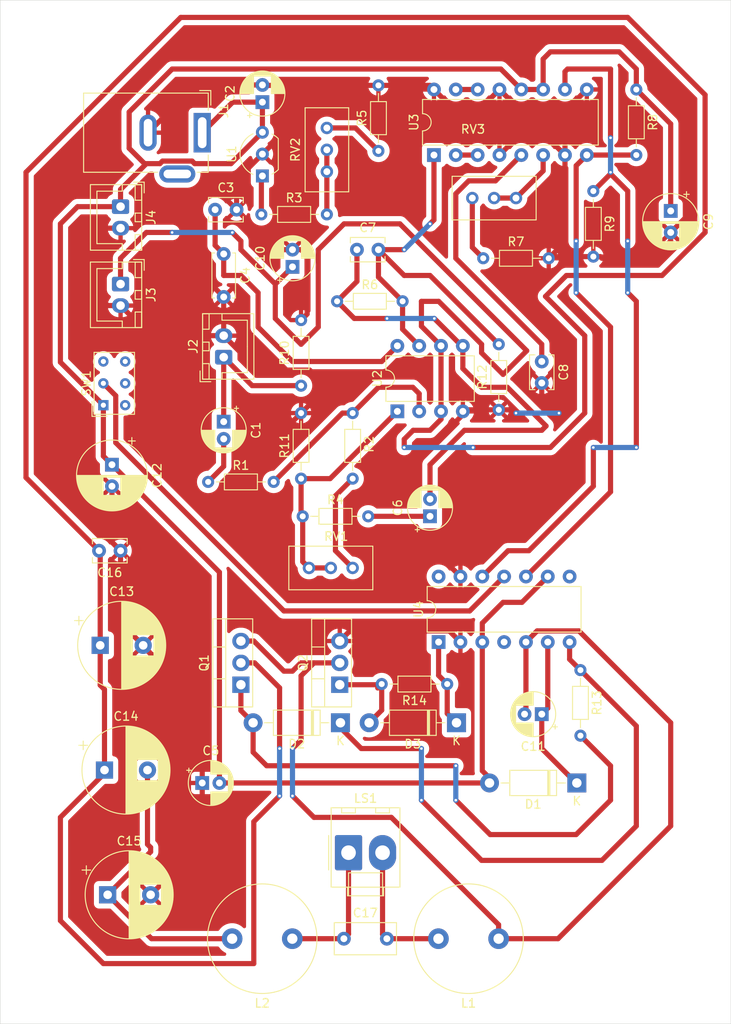
<source format=kicad_pcb>
(kicad_pcb (version 20240108) (generator "pcbnew") (generator_version "8.0")
  (layers (0 "F.Cu" signal) (31 "B.Cu" signal) (34 "B.Paste" user) (35 "F.Paste" user) (36 "B.SilkS" user "B.Silkscreen") (37 "F.SilkS" user "F.Silkscreen") (38 "B.Mask" user) (39 "F.Mask" user) (44 "Edge.Cuts" user))
  (net 0 "")
  (net 1 "Net-(J2-Pin_1)")
  (net 2 "Net-(C1-Pad2)")
  (net 3 "GND")
  (net 4 "+12V")
  (net 5 "+9V")
  (net 6 "Net-(C6-Pad1)")
  (net 7 "Net-(U2B-+)")
  (net 8 "AUDIO")
  (net 9 "SAWTOOTH")
  (net 10 "VDC")
  (net 11 "Net-(Q1-S)")
  (net 12 "Net-(D1-K)")
  (net 13 "Net-(C14-Pad2)")
  (net 14 "Net-(C17-Pad2)")
  (net 15 "Net-(C17-Pad1)")
  (net 16 "Net-(D2-K)")
  (net 17 "Net-(D2-A)")
  (net 18 "Net-(D3-K)")
  (net 19 "Net-(D3-A)")
  (net 20 "Net-(U2A--)")
  (net 21 "Net-(R2-Pad2)")
  (net 22 "Net-(U1-VO)")
  (net 23 "Net-(R3-Pad2)")
  (net 24 "Net-(R11-Pad1)")
  (net 25 "Net-(R5-Pad1)")
  (net 26 "Net-(R7-Pad1)")
  (net 27 "PWM")
  (net 28 "!PWM")
  (net 29 "Net-(U3-RT)")
  (net 31 "Net-(SW1-B)")
  (net 32 "Net-(U3-2IN-)")
  (net 33 "FB")
  (footprint "Inductor_THT:L_Radial_D12.5mm_P7.00mm_Fastron_09HCP" (layer "F.Cu") (at 59.98 197.105 180)
    (property "Reference" "L2")
    (property "Value" "47uH")
  )
  (footprint "Resistor_THT:R_Axial_DIN0204_L3.6mm_D1.6mm_P7.62mm_Horizontal" (layer "F.Cu") (at 56.38 112.9)
    (property "Reference" "R3")
    (property "Value" "68kΩ")
  )
  (footprint "Connector_BarrelJack:BarrelJack_GCT_DCJ200-10-A_Horizontal" (layer "F.Cu") (at 49.5 103.4 -90)
    (property "Reference" "J1")
    (property "Value" "Conn_01x02")
  )
  (footprint "Capacitor_THT:CP_Radial_D6.3mm_P2.50mm" (layer "F.Cu") (at 104 112.5 -90)
    (property "Reference" "C9")
    (property "Value" "100uF")
  )
  (footprint "Resistor_THT:R_Axial_DIN0204_L3.6mm_D1.6mm_P7.62mm_Horizontal" (layer "F.Cu") (at 100 98.38 -90)
    (property "Reference" "R8")
    (property "Value" "18kΩ")
  )
  (footprint "Potentiometer_THT:Potentiometer_Bourns_3296W_Vertical" (layer "F.Cu") (at 67 154)
    (property "Reference" "RV1")
    (property "Value" "100kΩ")
  )
  (footprint "Diode_THT:D_DO-41_SOD81_P10.16mm_Horizontal" (layer "F.Cu") (at 79.08 172 180)
    (property "Reference" "D3")
    (property "Value" "1N5819")
  )
  (footprint "Connector_JST:JST_XH_B2B-XH-A_1x02_P2.50mm_Vertical" (layer "F.Cu") (at 52 129.5 90)
    (property "Reference" "J2")
    (property "Value" "Conn_01x02")
  )
  (footprint "Capacitor_THT:C_Disc_D3.8mm_W2.6mm_P2.50mm" (layer "F.Cu") (at 89 130 -90)
    (property "Reference" "C8")
    (property "Value" "1nF")
  )
  (footprint "Capacitor_THT:C_Rect_L7.0mm_W3.5mm_P5.00mm" (layer "F.Cu") (at 65.98 197.105)
    (property "Reference" "C17")
    (property "Value" "0.68uF")
  )
  (footprint "Resistor_THT:R_Axial_DIN0204_L3.6mm_D1.6mm_P7.62mm_Horizontal" (layer "F.Cu") (at 67 136 -90)
    (property "Reference" "R2")
    (property "Value" "10kΩ")
  )
  (footprint "Capacitor_THT:C_Disc_D5.0mm_W2.5mm_P5.00mm" (layer "F.Cu") (at 52 117.5 -90)
    (property "Reference" "C4")
    (property "Value" "100nF")
  )
  (footprint "Package_TO_SOT_THT:TO-220-3_Vertical" (layer "F.Cu") (at 54 167.58 90)
    (property "Reference" "Q1")
    (property "Value" "IRFZ44N")
  )
  (footprint "Connector_JST:JST_XH_B2B-XH-A_1x02_P2.50mm_Vertical" (layer "F.Cu") (at 40 121 -90)
    (property "Reference" "J3")
    (property "Value" "Conn_01x02")
  )
  (footprint "Resistor_THT:R_Axial_DIN0204_L3.6mm_D1.6mm_P7.62mm_Horizontal" (layer "F.Cu") (at 50.19 144)
    (property "Reference" "R1")
    (property "Value" "10kΩ")
  )
  (footprint "Capacitor_THT:CP_Radial_D5.0mm_P2.00mm" (layer "F.Cu") (at 49.5 179)
    (property "Reference" "C5")
    (property "Value" "10uF")
  )
  (footprint "Capacitor_THT:CP_Radial_D8.0mm_P2.50mm" (layer "F.Cu") (at 39 142 -90)
    (property "Reference" "C12")
    (property "Value" "100uF")
  )
  (footprint "Inductor_THT:L_Radial_D12.5mm_P7.00mm_Fastron_09HCP" (layer "F.Cu") (at 83.98 197.105 180)
    (property "Reference" "L1")
    (property "Value" "47uH")
  )
  (footprint "Resistor_THT:R_Axial_DIN0204_L3.6mm_D1.6mm_P7.62mm_Horizontal" (layer "F.Cu") (at 78 167.5 180)
    (property "Reference" "R14")
    (property "Value" "10Ω")
  )
  (footprint "Capacitor_THT:CP_Radial_D5.0mm_P2.00mm" (layer "F.Cu") (at 56.5 99.85 90)
    (property "Reference" "C2")
    (property "Value" "1uF")
  )
  (footprint "Potentiometer_THT:Potentiometer_Bourns_3296W_Vertical" (layer "F.Cu") (at 64 102.85 90)
    (property "Reference" "RV2")
    (property "Value" "10kΩ")
  )
  (footprint "Resistor_THT:R_Axial_DIN0204_L3.6mm_D1.6mm_P7.62mm_Horizontal" (layer "F.Cu") (at 65.19 123)
    (property "Reference" "R6")
    (property "Value" "8.2kΩ")
  )
  (footprint "Resistor_THT:R_Axial_DIN0204_L3.6mm_D1.6mm_P7.62mm_Horizontal" (layer "F.Cu") (at 95 110.19 -90)
    (property "Reference" "R9")
    (property "Value" "18kΩ")
  )
  (footprint "Resistor_THT:R_Axial_DIN0204_L3.6mm_D1.6mm_P7.62mm_Horizontal" (layer "F.Cu") (at 82.19 118)
    (property "Reference" "R7")
    (property "Value" "3.3kΩ")
  )
  (footprint "Capacitor_THT:C_Disc_D3.8mm_W2.6mm_P2.50mm" (layer "F.Cu") (at 40 152 180)
    (property "Reference" "C16")
    (property "Value" "100nF")
  )
  (footprint "Resistor_THT:R_Axial_DIN0204_L3.6mm_D1.6mm_P7.62mm_Horizontal" (layer "F.Cu") (at 61 143.62 90)
    (property "Reference" "R11")
    (property "Value" "1kΩ")
  )
  (footprint "Package_TO_SOT_THT:TO-220-3_Vertical" (layer "F.Cu") (at 65.5 167.58 90)
    (property "Reference" "Q2")
    (property "Value" "IRFZ44N")
  )
  (footprint "Connector_Molex:Molex_KK-396_A-41791-0002_1x02_P3.96mm_Vertical" (layer "F.Cu") (at 66.52 187.105)
    (property "Reference" "LS1")
    (property "Value" "8Ω")
  )
  (footprint "Resistor_THT:R_Axial_DIN0204_L3.6mm_D1.6mm_P7.62mm_Horizontal" (layer "F.Cu") (at 84 135.62 90)
    (property "Reference" "R12")
    (property "Value" "1kΩ")
  )
  (footprint "Capacitor_THT:CP_Radial_D10.0mm_P5.00mm" (layer "F.Cu") (at 37.632323 163)
    (property "Reference" "C13")
    (property "Value" "470uF")
  )
  (footprint "Package_TO_SOT_THT:TO-92_Inline_Wide" (layer "F.Cu") (at 56.5 108.43 90)
    (property "Reference" "U1")
    (property "Value" "L78L09_TO92")
  )
  (footprint "Capacitor_THT:CP_Radial_D10.0mm_P5.00mm" (layer "F.Cu") (at 38.5 192)
    (property "Reference" "C15")
    (property "Value" "470uF")
  )
  (footprint "Capacitor_THT:C_Disc_D3.8mm_W2.6mm_P2.50mm" (layer "F.Cu") (at 51 112.35)
    (property "Reference" "C3")
    (property "Value" "10nF")
  )
  (footprint "Package_DIP:DIP-14_W7.62mm" (layer "F.Cu") (at 77 162.62 90)
    (property "Reference" "U4")
    (property "Value" "IR2110")
  )
  (footprint "Capacitor_THT:CP_Radial_D5.0mm_P2.00mm" (layer "F.Cu") (at 76 148 90)
    (property "Reference" "C6")
    (property "Value" "10uF")
  )
  (footprint "Capacitor_THT:CP_Radial_D10.0mm_P5.00mm" (layer "F.Cu") (at 38.132323 177.5)
    (property "Reference" "C14")
    (property "Value" "470uF")
  )
  (footprint "Resistor_THT:R_Axial_DIN0204_L3.6mm_D1.6mm_P7.62mm_Horizontal" (layer "F.Cu") (at 61.19 148)
    (property "Reference" "R4")
    (property "Value" "82kΩ")
  )
  (footprint "Capacitor_THT:CP_Radial_D5.0mm_P2.00mm" (layer "F.Cu") (at 89 171 180)
    (property "Reference" "C11")
    (property "Value" "10uF")
  )
  (footprint "Capacitor_THT:CP_Radial_D5.0mm_P2.00mm" (layer "F.Cu") (at 52 137 -90)
    (property "Reference" "C1")
    (property "Value" "1uF")
  )
  (footprint "Resistor_THT:R_Axial_DIN0204_L3.6mm_D1.6mm_P7.62mm_Horizontal" (layer "F.Cu") (at 61 132.81 90)
    (property "Reference" "R10")
    (property "Value" "470kΩ")
  )
  (footprint "Package_DIP:DIP-8_W7.62mm" (layer "F.Cu") (at 72.2 135.8 90)
    (property "Reference" "U2")
    (property "Value" "LM358")
  )
  (footprint "Resistor_THT:R_Axial_DIN0204_L3.6mm_D1.6mm_P7.62mm_Horizontal" (layer "F.Cu") (at 70 105.52 90)
    (property "Reference" "R5")
    (property "Value" "18kΩ")
  )
  (footprint "Potentiometer_THT:Potentiometer_Bourns_3296W_Vertical" (layer "F.Cu") (at 86 111)
    (property "Reference" "RV3")
    (property "Value" "10kΩ")
  )
  (footprint "Connector_JST:JST_XH_B2B-XH-A_1x02_P2.50mm_Vertical" (layer "F.Cu") (at 40 112 -90)
    (property "Reference" "J4")
    (property "Value" "Conn_01x02")
  )
  (footprint "Capacitor_THT:C_Disc_D3.8mm_W2.6mm_P2.50mm" (layer "F.Cu") (at 67.5 117)
    (property "Reference" "C7")
    (property "Value" "1nF")
  )
  (footprint "Button_Switch_THT:SW_NKK_GW12LJP" (layer "F.Cu") (at 38 135.08 90)
    (property "Reference" "SW1")
    (property "Value" "SW_SPDT_321")
  )
  (footprint "Diode_THT:D_DO-41_SOD81_P10.16mm_Horizontal" (layer "F.Cu") (at 65.58 172 180)
    (property "Reference" "D2")
    (property "Value" "1N5819")
  )
  (footprint "Diode_THT:D_DO-41_SOD81_P10.16mm_Horizontal" (layer "F.Cu") (at 93.08 179 180)
    (property "Reference" "D1")
    (property "Value" "1N5819")
  )
  (footprint "Capacitor_THT:CP_Radial_D5.0mm_P2.00mm" (layer "F.Cu") (at 60 119 90)
    (property "Reference" "C10")
    (property "Value" "10uF")
  )
  (footprint "Resistor_THT:R_Axial_DIN0204_L3.6mm_D1.6mm_P7.62mm_Horizontal" (layer "F.Cu") (at 93.5 165.88 -90)
    (property "Reference" "R13")
    (property "Value" "10Ω")
  )
  (footprint "Package_DIP:DIP-16_W7.62mm" (layer "F.Cu") (at 76.46 106 90)
    (property "Reference" "U3")
    (property "Value" "TL494")
  )
  (gr_line (start 26 88) (end 111 88) (stroke (width 0.05)) (layer "Edge.Cuts"))
  (gr_line (start 111 207) (end 26 207) (stroke (width 0.05)) (layer "Edge.Cuts"))
  (gr_line (start 111 88) (end 111 207) (stroke (width 0.05)) (layer "Edge.Cuts"))
  (gr_line (start 26 207) (end 26 88) (stroke (width 0.05)) (layer "Edge.Cuts"))
  (segment (start 61 132.81) (end 55.31 132.81) (width 0.6) (layer "F.Cu") (net 1))
  (segment (start 55.31 132.81) (end 52 129.5) (width 0.6) (layer "F.Cu") (net 1))
  (segment (start 52 129.5) (end 52 137) (width 0.6) (layer "F.Cu") (net 1))
  (segment (start 52 142.19) (end 50.19 144) (width 0.6) (layer "F.Cu") (net 2))
  (segment (start 52 139) (end 52 142.19) (width 0.6) (layer "F.Cu") (net 2))
  (segment (start 58.15 117) (end 53.5 112.35) (width 0.6) (layer "F.Cu") (net 3))
  (segment (start 70 146) (end 79.82 136.18) (width 0.6) (layer "F.Cu") (net 3))
  (segment (start 61.7 117.7) (end 61 117) (width 0.6) (layer "F.Cu") (net 3))
  (segment (start 67 151) (end 67 147) (width 0.6) (layer "F.Cu") (net 3))
  (segment (start 106 113) (end 104 115) (width 0.6) (layer "F.Cu") (net 3))
  (segment (start 61 117) (end 60 117) (width 0.6) (layer "F.Cu") (net 3))
  (segment (start 91.7 116.11) (end 89.81 118) (width 0.6) (layer "F.Cu") (net 3))
  (segment (start 86.7 101) (end 91.62 101) (width 0.6) (layer "F.Cu") (net 3))
  (segment (start 40 152) (end 31 143) (width 0.6) (layer "F.Cu") (net 3))
  (segment (start 42.632323 163) (end 42.632323 163.132323) (width 0.6) (layer "F.Cu") (net 3))
  (segment (start 37.5 114.5) (end 40 114.5) (width 0.6) (layer "F.Cu") (net 3))
  (segment (start 62 131) (end 56 131) (width 0.6) (layer "F.Cu") (net 3))
  (segment (start 43.5 127) (end 40 123.5) (width 0.6) (layer "F.Cu") (net 3))
  (segment (start 91.7 106) (end 91.7 116.11) (width 0.6) (layer "F.Cu") (net 3))
  (segment (start 84.08 98.38) (end 81.46 101) (width 0.6) (layer "F.Cu") (net 3))
  (segment (start 49.5 170) (end 49.5 179) (width 0.6) (layer "F.Cu") (net 3))
  (segment (start 59 97.9) (end 56.55 97.9) (width 0.6) (layer "F.Cu") (net 3))
  (segment (start 102 118) (end 104 116) (width 0.6) (layer "F.Cu") (net 3))
  (segment (start 85.62 135.62) (end 84 135.62) (width 0.6) (layer "F.Cu") (net 3))
  (segment (start 89.7 104) (end 86.08 104) (width 0.6) (layer "F.Cu") (net 3))
  (segment (start 86 136) (end 85.62 135.62) (width 0.6) (layer "F.Cu") (net 3))
  (segment (start 79.54 155) (end 76.54 152) (width 0.6) (layer "F.Cu") (net 3))
  (segment (start 48.75 97.85) (end 56.5 97.85) (width 0.6) (layer "F.Cu") (net 3))
  (segment (start 66.68 161.32) (end 65.5 162.5) (width 0.6) (layer "F.Cu") (net 3))
  (segment (start 35 120) (end 35 117) (width 0.6) (layer "F.Cu") (net 3))
  (segment (start 40 123.5) (end 38.5 123.5) (width 0.6) (layer "F.Cu") (net 3))
  (segment (start 91 136) (end 89 134) (width 0.6) (layer "F.Cu") (net 3))
  (segment (start 50 110) (end 48 112) (width 0.6) (layer "F.Cu") (net 3))
  (segment (start 91.7 106) (end 89.7 104) (width 0.6) (layer "F.Cu") (net 3))
  (segment (start 35 117) (end 37.5 114.5) (width 0.6) (layer "F.Cu") (net 3))
  (segment (start 40 160.367677) (end 42.632323 163) (width 0.6) (layer "F.Cu") (net 3))
  (segment (start 38.5 123.5) (end 35 120) (width 0.6) (layer "F.Cu") (net 3))
  (segment (start 48 92) (end 98 92) (width 0.6) (layer "F.Cu") (net 3))
  (segment (start 39 144.5) (end 39 151) (width 0.6) (layer "F.Cu") (net 3))
  (segment (start 49.5 186) (end 49.5 179) (width 0.6) (layer "F.Cu") (net 3))
  (segment (start 79.08 101) (end 76.46 98.38) (width 0.6) (layer "F.Cu") (net 3))
  (segment (start 68 156) (end 70 154) (width 0.6) (layer "F.Cu") (net 3))
  (segment (start 75.98 97.9) (end 76.46 98.38) (width 0.6) (layer "F.Cu") (net 3))
  (segment (start 56 131) (end 52 127) (width 0.6) (layer "F.Cu") (net 3))
  (segment (start 72 152) (end 70 154) (width 0.6) (layer "F.Cu") (net 3))
  (segment (start 91.7 100.92) (end 94.24 98.38) (width 0.6) (layer "F.Cu") (net 3))
  (segment (start 63 132) (end 62 131) (width 0.6) (layer "F.Cu") (net 3))
  (segment (start 89 134) (end 89 132.5) (width 0.6) (layer "F.Cu") (net 3))
  (segment (start 51.15 110) (end 50 110) (width 0.6) (layer "F.Cu") (net 3))
  (segment (start 76.54 152) (end 72 152) (width 0.6) (layer "F.Cu") (net 3))
  (segment (start 78.24 161.32) (end 66.68 161.32) (width 0.6) (layer "F.Cu") (net 3))
  (segment (start 59 103.39) (end 59 97.9) (width 0.6) (layer "F.Cu") (net 3))
  (segment (start 79.54 162.62) (end 78.24 161.32) (width 0.6) (layer "F.Cu") (net 3))
  (segment (start 60 117) (end 58.15 117) (width 0.6) (layer "F.Cu") (net 3))
  (segment (start 31 109) (end 48 92) (width 0.6) (layer "F.Cu") (net 3))
  (segment (start 98 92) (end 106 100) (width 0.6) (layer "F.Cu") (net 3))
  (segment (start 86.08 104) (end 84.08 106) (width 0.6) (layer "F.Cu") (net 3))
  (segment (start 43.2 103.4) (end 48.75 97.85) (width 0.6) (layer "F.Cu") (net 3))
  (segment (start 42.632323 163.132323) (end 49.5 170) (width 0.6) (layer "F.Cu") (net 3))
  (segment (start 55 142) (end 55 151) (width 0.6) (layer "F.Cu") (net 3))
  (segment (start 53.5 112.35) (end 53.5 108.89) (width 0.6) (layer "F.Cu") (net 3))
  (segment (start 52 127) (end 52 122.5) (width 0.6) (layer "F.Cu") (net 3))
  (segment (start 52 127) (end 43.5 127) (width 0.6) (layer "F.Cu") (net 3))
  (segment (start 91.62 101) (end 94.24 98.38) (width 0.6) (layer "F.Cu") (net 3))
  (segment (start 96 118) (end 102 118) (width 0.6) (layer "F.Cu") (net 3))
  (segment (start 79.82 136.18) (end 79.82 135.8) (width 0.6) (layer "F.Cu") (net 3))
  (segment (start 61 125.19) (end 61.7 124.49) (width 0.6) (layer "F.Cu") (net 3))
  (segment (start 67 147) (end 68 146) (width 0.6) (layer "F.Cu") (net 3))
  (segment (start 53.5 112.35) (end 51.15 110) (width 0.6) (layer "F.Cu") (net 3))
  (segment (start 95 117.81) (end 95.81 117.81) (width 0.6) (layer "F.Cu") (net 3))
  (segment (start 60 156) (end 68 156) (width 0.6) (layer "F.Cu") (net 3))
  (segment (start 106 100) (end 106 113) (width 0.6) (layer "F.Cu") (net 3))
  (segment (start 80 135.62) (end 79.82 135.8) (width 0.6) (layer "F.Cu") (net 3))
  (segment (start 91.7 106) (end 91.7 100.92) (width 0.6) (layer "F.Cu") (net 3))
  (segment (start 95 117.81) (end 90 117.81) (width 0.6) (layer "F.Cu") (net 3))
  (segment (start 70 97.9) (end 75.98 97.9) (width 0.6) (layer "F.Cu") (net 3))
  (segment (start 39 151) (end 40 152) (width 0.6) (layer "F.Cu") (net 3))
  (segment (start 104 116) (end 104 115) (width 0.6) (layer "F.Cu") (net 3))
  (segment (start 53.5 108.89) (end 56.5 105.89) (width 0.6) (layer "F.Cu") (net 3))
  (segment (start 63 134) (end 63 132) (width 0.6) (layer "F.Cu") (net 3))
  (segment (start 61 136) (end 63 134) (width 0.6) (layer "F.Cu") (net 3))
  (segment (start 56.5 105.89) (end 59 103.39) (width 0.6) (layer "F.Cu") (net 3))
  (segment (start 81.46 101) (end 79.08 101) (width 0.6) (layer "F.Cu") (net 3))
  (segment (start 48 112) (end 48 118.5) (width 0.6) (layer "F.Cu") (net 3))
  (segment (start 31 143) (end 31 109) (width 0.6) (layer "F.Cu") (net 3))
  (segment (start 56.55 97.9) (end 56.5 97.85) (width 0.6) (layer "F.Cu") (net 3))
  (segment (start 70 97.9) (end 59 97.9) (width 0.6) (layer "F.Cu") (net 3))
  (segment (start 61.7 124.49) (end 61.7 117.7) (width 0.6) (layer "F.Cu") (net 3))
  (segment (start 84.08 98.38) (end 86.7 101) (width 0.6) (layer "F.Cu") (net 3))
  (segment (start 40 152) (end 40 160.367677) (width 0.6) (layer "F.Cu") (net 3))
  (segment (start 95.81 117.81) (end 96 118) (width 0.6) (layer "F.Cu") (net 3))
  (segment (start 70 154) (end 67 151) (width 0.6) (layer "F.Cu") (net 3))
  (segment (start 48 118.5) (end 52 122.5) (width 0.6) (layer "F.Cu") (net 3))
  (segment (start 90 117.81) (end 89.81 118) (width 0.6) (layer "F.Cu") (net 3))
  (segment (start 61 136) (end 55 142) (width 0.6) (layer "F.Cu") (net 3))
  (segment (start 55 151) (end 60 156) (width 0.6) (layer "F.Cu") (net 3))
  (segment (start 68 146) (end 70 146) (width 0.6) (layer "F.Cu") (net 3))
  (segment (start 43.5 192) (end 49.5 186) (width 0.6) (layer "F.Cu") (net 3))
  (segment (start 84 135.62) (end 80 135.62) (width 0.6) (layer "F.Cu") (net 3))
  (via (at 86 136) (size 0.6) (drill 0.3) (layers "F.Cu" "B.Cu") (net 3))
  (via (at 91 136) (size 0.6) (drill 0.3) (layers "F.Cu" "B.Cu") (net 3))
  (segment (start 91 136) (end 86 136) (width 0.6) (layer "B.Cu") (net 3))
  (segment (start 89.16 94.84) (end 89.16 98.38) (width 0.6) (layer "F.Cu") (net 4))
  (segment (start 43 107) (end 42.78934 107) (width 0.6) (layer "F.Cu") (net 4))
  (segment (start 89.7 155) (end 86.7 158) (width 0.6) (layer "F.Cu") (net 4))
  (segment (start 51.5 154.5) (end 51.5 179) (width 0.6) (layer "F.Cu") (net 4))
  (segment (start 40 110) (end 43 107) (width 0.6) (layer "F.Cu") (net 4))
  (segment (start 84.5 158) (end 82.08 160.42) (width 0.6) (layer "F.Cu") (net 4))
  (segment (start 82.08 177.58) (end 82.08 162.62) (width 0.6) (layer "F.Cu") (net 4))
  (segment (start 86.7 158) (end 84.5 158) (width 0.6) (layer "F.Cu") (net 4))
  (segment (start 82.08 160.42) (end 82.08 162.62) (width 0.6) (layer "F.Cu") (net 4))
  (segment (start 48.62132 107) (end 48.32132 106.7) (width 0.6) (layer "F.Cu") (net 4))
  (segment (start 104 102.38) (end 100 98.38) (width 0.6) (layer "F.Cu") (net 4))
  (segment (start 100 98.38) (end 100 96) (width 0.6) (layer "F.Cu") (net 4))
  (segment (start 44.57868 107) (end 43 107) (width 0.6) (layer "F.Cu") (net 4))
  (segment (start 82.92 178.42) (end 82.08 177.58) (width 0.6) (layer "F.Cu") (net 4))
  (segment (start 82.92 179) (end 82.92 178.42) (width 0.6) (layer "F.Cu") (net 4))
  (segment (start 53.05 99.85) (end 49.5 103.4) (width 0.6) (layer "F.Cu") (net 4))
  (segment (start 48.32132 106.7) (end 44.87868 106.7) (width 0.6) (layer "F.Cu") (net 4))
  (segment (start 33 114) (end 33 130.08) (width 0.6) (layer "F.Cu") (net 4))
  (segment (start 52.85 107) (end 48.62132 107) (width 0.6) (layer "F.Cu") (net 4))
  (segment (start 51.5 179) (end 82.92 179) (width 0.6) (layer "F.Cu") (net 4))
  (segment (start 38 135.08) (end 38 141) (width 0.6) (layer "F.Cu") (net 4))
  (segment (start 86.62 98.38) (end 89.16 98.38) (width 0.6) (layer "F.Cu") (net 4))
  (segment (start 56.45 103.4) (end 56.5 103.35) (width 0.6) (layer "F.Cu") (net 4))
  (segment (start 56.5 99.85) (end 53.05 99.85) (width 0.6) (layer "F.Cu") (net 4))
  (segment (start 46 96) (end 84.24 96) (width 0.6) (layer "F.Cu") (net 4))
  (segment (start 98 94) (end 90 94) (width 0.6) (layer "F.Cu") (net 4))
  (segment (start 104 112.5) (end 104 102.38) (width 0.6) (layer "F.Cu") (net 4))
  (segment (start 42.78934 107) (end 41 105.21066) (width 0.6) (layer "F.Cu") (net 4))
  (segment (start 90 94) (end 89.16 94.84) (width 0.6) (layer "F.Cu") (net 4))
  (segment (start 56.5 103.35) (end 52.85 107) (width 0.6) (layer "F.Cu") (net 4))
  (segment (start 40 112) (end 35 112) (width 0.6) (layer "F.Cu") (net 4))
  (segment (start 41 101) (end 46 96) (width 0.6) (layer "F.Cu") (net 4))
  (segment (start 38 141) (end 39 142) (width 0.6) (layer "F.Cu") (net 4))
  (segment (start 56.5 99.85) (end 56.5 103.35) (width 0.6) (layer "F.Cu") (net 4))
  (segment (start 33 130.08) (end 38 135.08) (width 0.6) (layer "F.Cu") (net 4))
  (segment (start 35 112) (end 33 114) (width 0.6) (layer "F.Cu") (net 4))
  (segment (start 41 105.21066) (end 41 101) (width 0.6) (layer "F.Cu") (net 4))
  (segment (start 84.24 96) (end 86.62 98.38) (width 0.6) (layer "F.Cu") (net 4))
  (segment (start 40 112) (end 40 110) (width 0.6) (layer "F.Cu") (net 4))
  (segment (start 100 96) (end 98 94) (width 0.6) (layer "F.Cu") (net 4))
  (segment (start 44.87868 106.7) (end 44.57868 107) (width 0.6) (layer "F.Cu") (net 4))
  (segment (start 39 142) (end 51.5 154.5) (width 0.6) (layer "F.Cu") (net 4))
  (segment (start 51 112.35) (end 51 116.5) (width 0.6) (layer "F.Cu") (net 5))
  (segment (start 70.38 130) (end 72.2 128.18) (width 0.6) (layer "F.Cu") (net 5))
  (segment (start 52 117.5) (end 52 120) (width 0.6) (layer "F.Cu") (net 5))
  (segment (start 60 130) (end 70.38 130) (width 0.6) (layer "F.Cu") (net 5))
  (segment (start 56 122) (end 56 126) (width 0.6) (layer "F.Cu") (net 5))
  (segment (start 52 120) (end 54 120) (width 0.6) (layer "F.Cu") (net 5))
  (segment (start 54 120) (end 56 122) (width 0.6) (layer "F.Cu") (net 5))
  (segment (start 51 116.5) (end 52 117.5) (width 0.6) (layer "F.Cu") (net 5))
  (segment (start 56 126) (end 60 130) (width 0.6) (layer "F.Cu") (net 5))
  (segment (start 68.81 148) (end 76 148) (width 0.6) (layer "F.Cu") (net 6))
  (segment (start 79.68 128.18) (end 79.82 128.18) (width 0.6) (layer "F.Cu") (net 7))
  (segment (start 71 125) (end 67.19 125) (width 0.6) (layer "F.Cu") (net 7))
  (segment (start 76 142) (end 80 138) (width 0.6) (layer "F.Cu") (net 7))
  (segment (start 67.19 125) (end 65.19 123) (width 0.6) (layer "F.Cu") (net 7))
  (segment (start 80 138) (end 89 138) (width 0.6) (layer "F.Cu") (net 7))
  (segment (start 76 146) (end 76 142) (width 0.6) (layer "F.Cu") (net 7))
  (segment (start 89.5 137.5) (end 85 133) (width 0.6) (layer "F.Cu") (net 7))
  (segment (start 67.5 117) (end 67.5 120.69) (width 0.6) (layer "F.Cu") (net 7))
  (segment (start 79.82 130.82) (end 79.82 128.18) (width 0.6) (layer "F.Cu") (net 7))
  (segment (start 76.5 125) (end 79.68 128.18) (width 0.6) (layer "F.Cu") (net 7))
  (segment (start 85 133) (end 82 133) (width 0.6) (layer "F.Cu") (net 7))
  (segment (start 82 133) (end 79.82 130.82) (width 0.6) (layer "F.Cu") (net 7))
  (segment (start 67.5 120.69) (end 65.19 123) (width 0.6) (layer "F.Cu") (net 7))
  (segment (start 89 138) (end 89.5 137.5) (width 0.6) (layer "F.Cu") (net 7))
  (via (at 76.5 125) (size 0.6) (drill 0.3) (layers "F.Cu" "B.Cu") (net 7))
  (via (at 71 125) (size 0.6) (drill 0.3) (layers "F.Cu" "B.Cu") (net 7))
  (segment (start 76.5 125) (end 71 125) (width 0.6) (layer "B.Cu") (net 7))
  (segment (start 73 120) (end 70 117) (width 0.6) (layer "F.Cu") (net 8))
  (segment (start 76.46 113.54) (end 76.46 106) (width 0.6) (layer "F.Cu") (net 8))
  (segment (start 72.81 126.25) (end 74.74 128.18) (width 0.6) (layer "F.Cu") (net 8))
  (segment (start 72.81 123) (end 72.81 126.25) (width 0.6) (layer "F.Cu") (net 8))
  (segment (start 76 120) (end 73 120) (width 0.6) (layer "F.Cu") (net 8))
  (segment (start 73 117) (end 70 117) (width 0.6) (layer "F.Cu") (net 8))
  (segment (start 70 117) (end 70 120.19) (width 0.6) (layer "F.Cu") (net 8))
  (segment (start 84 128) (end 76 120) (width 0.6) (layer "F.Cu") (net 8))
  (segment (start 70 120.19) (end 72.81 123) (width 0.6) (layer "F.Cu") (net 8))
  (segment (start 76 114) (end 76.46 113.54) (width 0.6) (layer "F.Cu") (net 8))
  (via (at 73 117) (size 0.6) (drill 0.3) (layers "F.Cu" "B.Cu") (net 8))
  (via (at 76 114) (size 0.6) (drill 0.3) (layers "F.Cu" "B.Cu") (net 8))
  (segment (start 76 114) (end 73 117) (width 0.6) (layer "B.Cu") (net 8))
  (segment (start 83.62 109) (end 80.5 109) (width 0.6) (layer "F.Cu") (net 9))
  (segment (start 79 110.5) (end 79 118) (width 0.6) (layer "F.Cu") (net 9))
  (segment (start 86.62 106) (end 83.62 109) (width 0.6) (layer "F.Cu") (net 9))
  (segment (start 79 118) (end 89 128) (width 0.6) (layer "F.Cu") (net 9))
  (segment (start 80.5 109) (end 79 110.5) (width 0.6) (layer "F.Cu") (net 9))
  (segment (start 89 128) (end 89 130) (width 0.6) (layer "F.Cu") (net 9))
  (segment (start 89.434315 122.434314) (end 94 126.999999) (width 0.6) (layer "F.Cu") (net 10))
  (segment (start 75 125.9) (end 75 123.01) (width 0.6) (layer "F.Cu") (net 10))
  (segment (start 103 120) (end 91.868629 120) (width 0.6) (layer "F.Cu") (net 10))
  (segment (start 37.632323 167.632323) (end 37.632323 163) (width 0.6) (layer "F.Cu") (net 10))
  (segment (start 63 117) (end 63 126) (width 0.6) (layer "F.Cu") (net 10))
  (segment (start 74.04 138) (end 76 138) (width 0.6) (layer "F.Cu") (net 10))
  (segment (start 55.5 200) (end 55.5 183.5) (width 0.6) (layer "F.Cu") (net 10))
  (segment (start 73 139.04) (end 74.04 138) (width 0.6) (layer "F.Cu") (net 10))
  (segment (start 84.5 131.5) (end 87.25 128.75) (width 0.6) (layer "F.Cu") (net 10))
  (segment (start 91.868629 120) (end 89.434315 122.434314) (width 0.6) (layer "F.Cu") (net 10))
  (segment (start 55.6 165.04) (end 54 165.04) (width 0.6) (layer "F.Cu") (net 10))
  (segment (start 90 140) (end 81 140) (width 0.6) (layer "F.Cu") (net 10))
  (segment (start 77.28 136.72) (end 77.28 135.8) (width 0.6) (layer "F.Cu") (net 10))
  (segment (start 108 115) (end 103 120) (width 0.6) (layer "F.Cu") (net 10))
  (segment (start 63 126) (end 60.999999 128) (width 0.6) (layer "F.Cu") (net 10))
  (segment (start 94 136) (end 90 140) (width 0.6) (layer "F.Cu") (net 10))
  (segment (start 77.28 128.18) (end 77.28 135.8) (width 0.6) (layer "F.Cu") (net 10))
  (segment (start 55.5 183.5) (end 58.5 180.5) (width 0.6) (layer "F.Cu") (net 10))
  (segment (start 58 125.000001) (end 58 121) (width 0.6) (layer "F.Cu") (net 10))
  (segment (start 76 138) (end 77.28 136.72) (width 0.6) (layer "F.Cu") (net 10))
  (segment (start 77.28 128.18) (end 75 125.9) (width 0.6) (layer "F.Cu") (net 10))
  (segment (start 58.5 175) (end 58.5 167.94) (width 0.6) (layer "F.Cu") (net 10))
  (segment (start 38.132323 168.132323) (end 37.632323 167.632323) (width 0.6) (layer "F.Cu") (net 10))
  (segment (start 72.5 114) (end 66 114) (width 0.6) (layer "F.Cu") (net 10))
  (segment (start 82 128) (end 82 129) (width 0.6) (layer "F.Cu") (net 10))
  (segment (start 38 200) (end 55.5 200) (width 0.6) (layer "F.Cu") (net 10))
  (segment (start 33 183) (end 33 195) (width 0.6) (layer "F.Cu") (net 10))
  (segment (start 66 114) (end 63 117) (width 0.6) (layer "F.Cu") (net 10))
  (segment (start 43 115) (end 40 118) (width 0.6) (layer "F.Cu") (net 10))
  (segment (start 58.5 167.94) (end 55.6 165.04) (width 0.6) (layer "F.Cu") (net 10))
  (segment (start 60.999999 128) (end 58 125.000001) (width 0.6) (layer "F.Cu") (net 10))
  (segment (start 37.5 152.5) (end 37.632323 152.632323) (width 0.6) (layer "F.Cu") (net 10))
  (segment (start 29 108) (end 47 90) (width 0.6) (layer "F.Cu") (net 10))
  (segment (start 54 116) (end 54 117) (width 0.6) (layer "F.Cu") (net 10))
  (segment (start 37.5 152) (end 29 143.5) (width 0.6) (layer "F.Cu") (net 10))
  (segment (start 37.5 152) (end 37.5 152.5) (width 0.6) (layer "F.Cu") (net 10))
  (segment (start 53 115) (end 54 116) (width 0.6) (layer "F.Cu") (net 10))
  (segment (start 99 90) (end 108 99) (width 0.6) (layer "F.Cu") (net 10))
  (segment (start 54 117) (end 58 121) (width 0.6) (layer "F.Cu") (net 10))
  (segment (start 46 115) (end 43 115) (width 0.6) (layer "F.Cu") (net 10))
  (segment (start 33 195) (end 38 200) (width 0.6) (layer "F.Cu") (net 10))
  (segment (start 77.01 123.01) (end 82 128) (width 0.6) (layer "F.Cu") (net 10))
  (segment (start 37.632323 152.632323) (end 37.632323 163) (width 0.6) (layer "F.Cu") (net 10))
  (segment (start 87.25 128.75) (end 72.5 114) (width 0.6) (layer "F.Cu") (net 10))
  (segment (start 73 140) (end 73 139.04) (width 0.6) (layer "F.Cu") (net 10))
  (segment (start 40 118) (end 40 121) (width 0.6) (layer "F.Cu") (net 10))
  (segment (start 94 126.999999) (end 94 136) (width 0.6) (layer "F.Cu") (net 10))
  (segment (start 38.132323 177.867677) (end 33 183) (width 0.6) (layer "F.Cu") (net 10))
  (segment (start 58 121) (end 60 119) (width 0.6) (layer "F.Cu") (net 10))
  (segment (start 108 99) (end 108 115) (width 0.6) (layer "F.Cu") (net 10))
  (segment (start 38.132323 177.5) (end 38.132323 177.867677) (width 0.6) (layer "F.Cu") (net 10))
  (segment (start 47 90) (end 99 90) (width 0.6) (layer "F.Cu") (net 10))
  (segment (start 75 123.01) (end 77.01 123.01) (width 0.6) (layer "F.Cu") (net 10))
  (segment (start 29 143.5) (end 29 108) (width 0.6) (layer "F.Cu") (net 10))
  (segment (start 38.132323 177.5) (end 38.132323 168.132323) (width 0.6) (layer "F.Cu") (net 10))
  (segment (start 82 129) (end 84.5 131.5) (width 0.6) (layer "F.Cu") (net 10))
  (via (at 73 140) (size 0.6) (drill 0.3) (layers "F.Cu" "B.Cu") (net 10))
  (via (at 58.5 175) (size 0.6) (drill 0.3) (layers "F.Cu" "B.Cu") (net 10))
  (via (at 46 115) (size 0.6) (drill 0.3) (layers "F.Cu" "B.Cu") (net 10))
  (via (at 58.5 180.5) (size 0.6) (drill 0.3) (layers "F.Cu" "B.Cu") (net 10))
  (via (at 53 115) (size 0.6) (drill 0.3) (layers "F.Cu" "B.Cu") (net 10))
  (via (at 81 140) (size 0.6) (drill 0.3) (layers "F.Cu" "B.Cu") (net 10))
  (segment (start 53 115) (end 46 115) (width 0.6) (layer "B.Cu") (net 10))
  (segment (start 81 140) (end 73 140) (width 0.6) (layer "B.Cu") (net 10))
  (segment (start 58.5 180.5) (end 58.5 175) (width 0.6) (layer "B.Cu") (net 10))
  (segment (start 60 175) (end 61 174) (width 0.6) (layer "F.Cu") (net 11))
  (segment (start 87.16 170.84) (end 87 171) (width 0.6) (layer "F.Cu") (net 11))
  (segment (start 60 166) (end 60.96 165.04) (width 0.6) (layer "F.Cu") (net 11))
  (segment (start 61 166.54) (end 62.5 165.04) (width 0.6) (layer "F.Cu") (net 11))
  (segment (start 54 162.5) (end 55.5 162.5) (width 0.6) (layer "F.Cu") (net 11))
  (segment (start 62.5 165.04) (end 65.5 165.04) (width 0.6) (layer "F.Cu") (net 11))
  (segment (start 59 166) (end 60 166) (width 0.6) (layer "F.Cu") (net 11))
  (segment (start 104 184) (end 90.895 197.105) (width 0.6) (layer "F.Cu") (net 11))
  (segment (start 55.5 162.5) (end 59 166) (width 0.6) (layer "F.Cu") (net 11))
  (segment (start 61 174) (end 61 166.54) (width 0.6) (layer "F.Cu") (net 11))
  (segment (start 87.16 162.62) (end 87.16 170.84) (width 0.6) (layer "F.Cu") (net 11))
  (segment (start 104 172) (end 104 184) (width 0.6) (layer "F.Cu") (net 11))
  (segment (start 88.46 161.32) (end 93.32 161.32) (width 0.6) (layer "F.Cu") (net 11))
  (segment (start 62.5 183) (end 71.5 183) (width 0.6) (layer "F.Cu") (net 11))
  (segment (start 83.98 195.48) (end 83.98 197.105) (width 0.6) (layer "F.Cu") (net 11))
  (segment (start 60.96 165.04) (end 62.5 165.04) (width 0.6) (layer "F.Cu") (net 11))
  (segment (start 90.895 197.105) (end 83.98 197.105) (width 0.6) (layer "F.Cu") (net 11))
  (segment (start 87.16 162.62) (end 88.46 161.32) (width 0.6) (layer "F.Cu") (net 11))
  (segment (start 60 180.5) (end 62.5 183) (width 0.6) (layer "F.Cu") (net 11))
  (segment (start 71.5 183) (end 83.98 195.48) (width 0.6) (layer "F.Cu") (net 11))
  (segment (start 93.32 161.32) (end 104 172) (width 0.6) (layer "F.Cu") (net 11))
  (via (at 60 180.5) (size 0.6) (drill 0.3) (layers "F.Cu" "B.Cu") (net 11))
  (via (at 60 175) (size 0.6) (drill 0.3) (layers "F.Cu" "B.Cu") (net 11))
  (segment (start 60 175) (end 60 180.5) (width 0.6) (layer "B.Cu") (net 11))
  (segment (start 93.08 179) (end 93 179) (width 0.6) (layer "F.Cu") (net 12))
  (segment (start 89.7 162.62) (end 89.7 170.3) (width 0.6) (layer "F.Cu") (net 12))
  (segment (start 93 179) (end 89 175) (width 0.6) (layer "F.Cu") (net 12))
  (segment (start 89 175) (end 89 171) (width 0.6) (layer "F.Cu") (net 12))
  (segment (start 89.7 170.3) (end 89 171) (width 0.6) (layer "F.Cu") (net 12))
  (segment (start 52.98 197.105) (end 43.605 197.105) (width 0.6) (layer "F.Cu") (net 13))
  (segment (start 38.5 192) (end 43.5 187) (width 0.6) (layer "F.Cu") (net 13))
  (segment (start 43.605 197.105) (end 38.5 192) (width 0.6) (layer "F.Cu") (net 13))
  (segment (start 43.5 186.5) (end 43.132323 186.132323) (width 0.6) (layer "F.Cu") (net 13))
  (segment (start 43.5 187) (end 43.5 186.5) (width 0.6) (layer "F.Cu") (net 13))
  (segment (start 43.132323 186.132323) (end 43.132323 177.5) (width 0.6) (layer "F.Cu") (net 13))
  (segment (start 76.98 197.105) (end 70.98 197.105) (width 0.6) (layer "F.Cu") (net 14))
  (segment (start 70.48 196.605) (end 70.98 197.105) (width 0.6) (layer "F.Cu") (net 14))
  (segment (start 70.48 187.105) (end 70.48 196.605) (width 0.6) (layer "F.Cu") (net 14))
  (segment (start 65.98 197.105) (end 59.98 197.105) (width 0.6) (layer "F.Cu") (net 15))
  (segment (start 66.52 187.105) (end 66.52 196.565) (width 0.6) (layer "F.Cu") (net 15))
  (segment (start 66.52 196.565) (end 65.98 197.105) (width 0.6) (layer "F.Cu") (net 15))
  (segment (start 68 175) (end 65.58 172.58) (width 0.6) (layer "F.Cu") (net 16))
  (segment (start 92.24 162.62) (end 92.24 164.62) (width 0.6) (layer "F.Cu") (net 16))
  (segment (start 92.24 164.62) (end 93.5 165.88) (width 0.6) (layer "F.Cu") (net 16))
  (segment (start 100 172.38) (end 93.5 165.88) (width 0.6) (layer "F.Cu") (net 16))
  (segment (start 100 184) (end 100 172.38) (width 0.6) (layer "F.Cu") (net 16))
  (segment (start 75 175) (end 68 175) (width 0.6) (layer "F.Cu") (net 16))
  (segment (start 96 188) (end 100 184) (width 0.6) (layer "F.Cu") (net 16))
  (segment (start 82 188) (end 96 188) (width 0.6) (layer "F.Cu") (net 16))
  (segment (start 75 181) (end 82 188) (width 0.6) (layer "F.Cu") (net 16))
  (segment (start 65.58 172.58) (end 65.58 172) (width 0.6) (layer "F.Cu") (net 16))
  (via (at 75 181) (size 0.6) (drill 0.3) (layers "F.Cu" "B.Cu") (net 16))
  (via (at 75 175) (size 0.6) (drill 0.3) (layers "F.Cu" "B.Cu") (net 16))
  (segment (start 75 175) (end 75 181) (width 0.6) (layer "B.Cu") (net 16))
  (segment (start 54 170.58) (end 55.42 172) (width 0.6) (layer "F.Cu") (net 17))
  (segment (start 54 167.58) (end 54 170.58) (width 0.6) (layer "F.Cu") (net 17))
  (segment (start 93 185) (end 97 181) (width 0.6) (layer "F.Cu") (net 17))
  (segment (start 97 177) (end 93.5 173.5) (width 0.6) (layer "F.Cu") (net 17))
  (segment (start 55.42 175.42) (end 57 177) (width 0.6) (layer "F.Cu") (net 17))
  (segment (start 57 177) (end 79 177) (width 0.6) (layer "F.Cu") (net 17))
  (segment (start 55.42 172) (end 55.42 175.42) (width 0.6) (layer "F.Cu") (net 17))
  (segment (start 79 181) (end 83 185) (width 0.6) (layer "F.Cu") (net 17))
  (segment (start 83 185) (end 93 185) (width 0.6) (layer "F.Cu") (net 17))
  (segment (start 97 181) (end 97 177) (width 0.6) (layer "F.Cu") (net 17))
  (via (at 79 177) (size 0.6) (drill 0.3) (layers "F.Cu" "B.Cu") (net 17))
  (via (at 79 181) (size 0.6) (drill 0.3) (layers "F.Cu" "B.Cu") (net 17))
  (segment (start 79 177) (end 79 181) (width 0.6) (layer "B.Cu") (net 17))
  (segment (start 77 166.5) (end 78 167.5) (width 0.6) (layer "F.Cu") (net 18))
  (segment (start 77 162.62) (end 77 166.5) (width 0.6) (layer "F.Cu") (net 18))
  (segment (start 78 167.5) (end 78 170.92) (width 0.6) (layer "F.Cu") (net 18))
  (segment (start 78 170.92) (end 79.08 172) (width 0.6) (layer "F.Cu") (net 18))
  (segment (start 65.5 167.58) (end 70.3 167.58) (width 0.6) (layer "F.Cu") (net 19))
  (segment (start 70.38 167.5) (end 69.92 167.96) (width 0.6) (layer "F.Cu") (net 19))
  (segment (start 70.3 167.58) (end 70.38 167.5) (width 0.6) (layer "F.Cu") (net 19))
  (segment (start 70.38 167.5) (end 70.38 170.54) (width 0.6) (layer "F.Cu") (net 19))
  (segment (start 70.38 170.54) (end 68.92 172) (width 0.6) (layer "F.Cu") (net 19))
  (segment (start 74.74 133.74) (end 74 133) (width 0.6) (layer "F.Cu") (net 20))
  (segment (start 74 133) (end 70 133) (width 0.6) (layer "F.Cu") (net 20))
  (segment (start 70 133) (end 67 136) (width 0.6) (layer "F.Cu") (net 20))
  (segment (start 74.74 135.8) (end 74.74 133.74) (width 0.6) (layer "F.Cu") (net 20))
  (segment (start 65.81 136) (end 67 136) (width 0.6) (layer "F.Cu") (net 20))
  (segment (start 57.81 144) (end 65.81 136) (width 0.6) (layer "F.Cu") (net 20))
  (segment (start 65 152) (end 67 154) (width 0.6) (layer "F.Cu") (net 21))
  (segment (start 67 143.62) (end 65 145.62) (width 0.6) (layer "F.Cu") (net 21))
  (segment (start 65 145.62) (end 65 152) (width 0.6) (layer "F.Cu") (net 21))
  (segment (start 56.38 112.9) (end 56.38 108.55) (width 0.6) (layer "F.Cu") (net 22))
  (segment (start 56.38 108.55) (end 56.5 108.43) (width 0.6) (layer "F.Cu") (net 22))
  (segment (start 64 112.9) (end 64 107.93) (width 0.6) (layer "F.Cu") (net 23))
  (segment (start 64 105.39) (end 64 107.93) (width 0.6) (layer "F.Cu") (net 23))
  (segment (start 64.46 154) (end 61.92 154) (width 0.6) (layer "F.Cu") (net 24))
  (segment (start 61.19 148) (end 61.19 153.27) (width 0.6) (layer "F.Cu") (net 24))
  (segment (start 61 143.62) (end 61 147.81) (width 0.6) (layer "F.Cu") (net 24))
  (segment (start 64.38 143.62) (end 72.2 135.8) (width 0.6) (layer "F.Cu") (net 24))
  (segment (start 61.19 153.27) (end 61.92 154) (width 0.6) (layer "F.Cu") (net 24))
  (segment (start 61 147.81) (end 61.19 148) (width 0.6) (layer "F.Cu") (net 24))
  (segment (start 61 143.62) (end 64.38 143.62) (width 0.6) (layer "F.Cu") (net 24))
  (segment (start 64 102.85) (end 67.33 102.85) (width 0.6) (layer "F.Cu") (net 25))
  (segment (start 67.33 102.85) (end 70 105.52) (width 0.6) (layer "F.Cu") (net 25))
  (segment (start 80.92 116.73) (end 82.19 118) (width 0.6) (layer "F.Cu") (net 26))
  (segment (start 80.92 111) (end 80.92 116.73) (width 0.6) (layer "F.Cu") (net 26))
  (segment (start 94.24 106) (end 100 106) (width 0.6) (layer "F.Cu") (net 27))
  (segment (start 93 107.24) (end 93 116) (width 0.6) (layer "F.Cu") (net 27))
  (segment (start 97 126) (end 97 145.16) (width 0.6) (layer "F.Cu") (net 27))
  (segment (start 94.24 106) (end 93 107.24) (width 0.6) (layer "F.Cu") (net 27))
  (segment (start 97 145.16) (end 87.16 155) (width 0.6) (layer "F.Cu") (net 27))
  (segment (start 93 122) (end 97 126) (width 0.6) (layer "F.Cu") (net 27))
  (via (at 93 122) (size 0.6) (drill 0.3) (layers "F.Cu" "B.Cu") (net 27))
  (via (at 93 116) (size 0.6) (drill 0.3) (layers "F.Cu" "B.Cu") (net 27))
  (segment (start 93 116) (end 93 122) (width 0.6) (layer "B.Cu") (net 27))
  (segment (start 87.5 152) (end 95 144.5) (width 0.6) (layer "F.Cu") (net 28))
  (segment (start 97 108.19) (end 95 110.19) (width 0.6) (layer "F.Cu") (net 28))
  (segment (start 95 144.5) (end 95 140) (width 0.6) (layer "F.Cu") (net 28))
  (segment (start 82.08 155) (end 85.08 152) (width 0.6) (layer "F.Cu") (net 28))
  (segment (start 97 96) (end 92 96) (width 0.6) (layer "F.Cu") (net 28))
  (segment (start 91.7 96.3) (end 91.7 98.38) (width 0.6) (layer "F.Cu") (net 28))
  (segment (start 97 104) (end 97 96) (width 0.6) (layer "F.Cu") (net 28))
  (segment (start 100 123) (end 99 122) (width 0.6) (layer "F.Cu") (net 28))
  (segment (start 85.08 152) (end 87.5 152) (width 0.6) (layer "F.Cu") (net 28))
  (segment (start 99 110.19) (end 97 108.19) (width 0.6) (layer "F.Cu") (net 28))
  (segment (start 100 140) (end 100 123) (width 0.6) (layer "F.Cu") (net 28))
  (segment (start 97 108) (end 97 108.19) (width 0.6) (layer "F.Cu") (net 28))
  (segment (start 92 96) (end 91.7 96.3) (width 0.6) (layer "F.Cu") (net 28))
  (segment (start 99 116) (end 99 110.19) (width 0.6) (layer "F.Cu") (net 28))
  (via (at 99 116) (size 0.6) (drill 0.3) (layers "F.Cu" "B.Cu") (net 28))
  (via (at 95 140) (size 0.6) (drill 0.3) (layers "F.Cu" "B.Cu") (net 28))
  (via (at 97 108) (size 0.6) (drill 0.3) (layers "F.Cu" "B.Cu") (net 28))
  (via (at 97 104) (size 0.6) (drill 0.3) (layers "F.Cu" "B.Cu") (net 28))
  (via (at 99 122) (size 0.6) (drill 0.3) (layers "F.Cu" "B.Cu") (net 28))
  (via (at 100 140) (size 0.6) (drill 0.3) (layers "F.Cu" "B.Cu") (net 28))
  (segment (start 97 104) (end 97 108) (width 0.6) (layer "B.Cu") (net 28))
  (segment (start 95 140) (end 100 140) (width 0.6) (layer "B.Cu") (net 28))
  (segment (start 99 122) (end 99 116) (width 0.6) (layer "B.Cu") (net 28))
  (segment (start 83.46 111) (end 86 111) (width 0.6) (layer "F.Cu") (net 29))
  (segment (start 89.16 107.84) (end 86 111) (width 0.6) (layer "F.Cu") (net 29))
  (segment (start 89.16 106) (end 89.16 107.84) (width 0.6) (layer "F.Cu") (net 29))
  (segment (start 39.44 133.98) (end 39.44 139.44) (width 0.6) (layer "F.Cu") (net 31))
  (segment (start 38 132.54) (end 39.44 133.98) (width 0.6) (layer "F.Cu") (net 31))
  (segment (start 80.62 159) (end 84.62 155) (width 0.6) (layer "F.Cu") (net 31))
  (segment (start 39.44 139.44) (end 59 159) (width 0.6) (layer "F.Cu") (net 31))
  (segment (start 59 159) (end 80.62 159) (width 0.6) (layer "F.Cu") (net 31))
  (segment (start 81.54 98.38) (end 79 98.38) (width 0.6) (layer "F.Cu") (net 32))
  (segment (start 81.54 106) (end 79 106) (width 0.6) (layer "F.Cu") (net 33))
  (zone (net 3) (net_name "GND") (layer "F.Cu") (connect_pads (clearance 0.6)) (min_thickness 0.4) (fill yes (thermal_gap 0.5) (thermal_bridge_width 0.5))
    (polygon (pts (xy 111 88) (xy 26 88) (xy 26 207) (xy 111 207)))
  )
)
</source>
